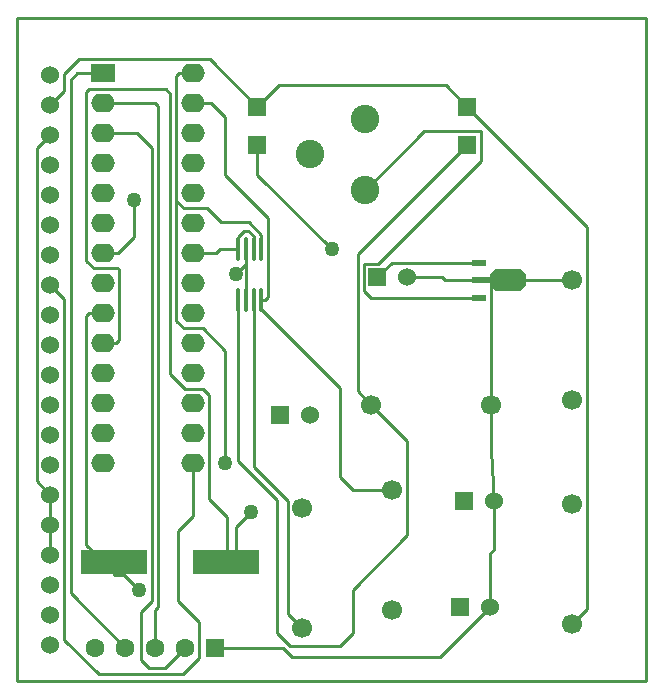
<source format=gtl>
G04 Layer_Physical_Order=1*
G04 Layer_Color=25308*
%FSLAX25Y25*%
%MOIN*%
G70*
G01*
G75*
%ADD10R,0.05906X0.05906*%
%ADD11O,0.01500X0.07874*%
%ADD12R,0.22047X0.08268*%
G04:AMPARAMS|DCode=13|XSize=70.87mil|YSize=118.11mil|CornerRadius=0mil|HoleSize=0mil|Usage=FLASHONLY|Rotation=90.000|XOffset=0mil|YOffset=0mil|HoleType=Round|Shape=Octagon|*
%AMOCTAGOND13*
4,1,8,-0.05906,-0.01772,-0.05906,0.01772,-0.04134,0.03543,0.04134,0.03543,0.05906,0.01772,0.05906,-0.01772,0.04134,-0.03543,-0.04134,-0.03543,-0.05906,-0.01772,0.0*
%
%ADD13OCTAGOND13*%

%ADD14R,0.04724X0.01969*%
%ADD15R,0.06299X0.01969*%
%ADD16C,0.01000*%
%ADD17R,2.09500X0.00000*%
%ADD18C,0.09500*%
%ADD19O,0.07874X0.06299*%
%ADD20R,0.07874X0.06299*%
%ADD21C,0.06693*%
%ADD22R,0.06000X0.06000*%
%ADD23C,0.06000*%
%ADD24R,0.06299X0.06299*%
%ADD25C,0.06299*%
%ADD26C,0.05000*%
D10*
X180000Y291299D02*
D03*
Y278700D02*
D03*
X250000Y291299D02*
D03*
Y278700D02*
D03*
D11*
X181339Y243965D02*
D03*
X178780D02*
D03*
X176220D02*
D03*
X173661D02*
D03*
X181339Y227035D02*
D03*
X178780D02*
D03*
X176220D02*
D03*
X173661D02*
D03*
D12*
X169701Y139500D02*
D03*
X132299D02*
D03*
D13*
X263650Y233500D02*
D03*
D14*
X253807Y227594D02*
D03*
Y239406D02*
D03*
D15*
X254594Y233500D02*
D03*
D16*
X235700Y283200D02*
X254500D01*
X217094Y264595D02*
X235700Y283200D01*
X215595Y264595D02*
X217094D01*
X111000Y142000D02*
Y152000D01*
Y162000D01*
X258000Y233500D02*
X263650D01*
X230000Y234500D02*
X241700D01*
X242700Y233500D01*
X254594D01*
X263650D02*
X285000D01*
X220000Y234500D02*
X224906Y239406D01*
X253807D01*
X181339Y223800D02*
X207600Y197539D01*
Y167900D02*
Y197539D01*
Y167900D02*
X212000Y163500D01*
X225000D01*
X164099Y307200D02*
X180000Y291299D01*
X120500Y307200D02*
X164099D01*
X115500Y302200D02*
X120500Y307200D01*
X115500Y296500D02*
Y302200D01*
X111000Y292000D02*
X115500Y296500D01*
X178780Y243965D02*
Y248150D01*
X176930Y250000D02*
X178780Y248150D01*
X175661Y250000D02*
X176930D01*
X173661Y248000D02*
X175661Y250000D01*
X173661Y243965D02*
Y248000D01*
X254500Y273300D02*
Y283200D01*
X220200Y239000D02*
X254500Y273300D01*
X215500Y239000D02*
X220200D01*
X215500Y230000D02*
Y239000D01*
Y230000D02*
X217906Y227594D01*
X253807D01*
X213500Y242200D02*
X250000Y278700D01*
X213500Y196500D02*
Y242200D01*
Y196500D02*
X218000Y192000D01*
X135500Y135200D02*
X140500Y130200D01*
X132299Y135200D02*
Y139500D01*
X146000Y111000D02*
Y123681D01*
X146823Y124504D01*
Y291677D01*
X146000Y292500D02*
X146823Y291677D01*
X128500Y292500D02*
X146000D01*
X128500Y282500D02*
X140000D01*
X144823Y277677D01*
Y126504D02*
Y277677D01*
X141300Y122981D02*
X144823Y126504D01*
X141300Y106900D02*
Y122981D01*
Y106900D02*
X144000Y104200D01*
X149200D01*
X156000Y111000D01*
X117800Y129200D02*
X136000Y111000D01*
X117800Y129200D02*
Y300300D01*
X120000Y302500D01*
X128500D01*
X169300Y172500D02*
Y210000D01*
X161800Y217500D02*
X169300Y210000D01*
X155500Y217500D02*
X161800D01*
X153000Y220000D02*
X155500Y217500D01*
X128500Y242500D02*
X133500D01*
X139000Y248000D01*
Y260300D01*
X218000Y192000D02*
X229900Y180100D01*
Y148500D02*
Y180100D01*
X211800Y130400D02*
X229900Y148500D01*
X211800Y116000D02*
Y130400D01*
X207500Y111700D02*
X211800Y116000D01*
X190900Y111700D02*
X207500D01*
X186600Y116000D02*
X190900Y111700D01*
X186600Y116000D02*
Y160400D01*
X173661Y173339D02*
X186600Y160400D01*
X173661Y173339D02*
Y227035D01*
X190100Y122400D02*
X195000Y117500D01*
X190100Y122400D02*
Y160000D01*
X178780Y171320D02*
X190100Y160000D01*
X178780Y171320D02*
Y227035D01*
X166000Y111000D02*
X188700D01*
X191700Y108000D01*
X241000D01*
X257500Y124500D01*
X106500Y277500D02*
X111000Y282000D01*
X106500Y166500D02*
Y277500D01*
Y166500D02*
X111000Y162000D01*
X242799Y298500D02*
X250000Y291299D01*
X187201Y298500D02*
X242799D01*
X180000Y291299D02*
X187201Y298500D01*
X250000Y291299D02*
X289900Y251399D01*
Y123900D02*
Y251399D01*
X285000Y119000D02*
X289900Y123900D01*
X111000Y232000D02*
X115600Y227400D01*
Y113700D02*
Y227400D01*
Y113700D02*
X127100Y102200D01*
X155200D01*
X160700Y107700D01*
Y119700D01*
X153700Y126700D02*
X160700Y119700D01*
X153700Y126700D02*
Y150000D01*
X158500Y154800D01*
Y172500D01*
X258000Y177000D02*
X259000Y160000D01*
X258000Y177000D02*
Y192000D01*
X257500Y124500D02*
Y142300D01*
X259000Y143800D01*
Y160000D01*
X158500Y242500D02*
X166100D01*
X167565Y243965D01*
X173661D01*
X173000Y151400D02*
X178000Y156400D01*
X128500Y212500D02*
X133000D01*
X134000Y213500D01*
Y237100D01*
X133600Y237500D02*
X134000Y237100D01*
X125500Y237500D02*
X133600D01*
X123000Y240000D02*
X125500Y237500D01*
X123000Y240000D02*
Y296200D01*
X124000Y297200D01*
X149500D01*
X151000Y295700D01*
Y202200D02*
Y295700D01*
Y202200D02*
X156000Y197200D01*
X162000D01*
X164000Y195200D01*
Y160500D02*
Y195200D01*
Y160500D02*
X169800Y154700D01*
X128900Y139500D02*
X132299D01*
X123000Y145400D02*
X128900Y139500D01*
X123000Y145400D02*
Y221500D01*
X124000Y222500D01*
X128500D01*
X172800Y235500D02*
X176220Y238920D01*
X180000Y268700D02*
X204900Y243800D01*
X180000Y268700D02*
Y278700D01*
X154000Y302500D02*
X158500D01*
X153000Y301500D02*
X154000Y302500D01*
X153000Y260000D02*
Y301500D01*
Y260000D02*
X155500Y257500D01*
X163300D01*
X168000Y252800D01*
X177182D01*
X181339Y248643D01*
Y243965D02*
Y248643D01*
X158500Y292500D02*
X164700D01*
X169200Y288000D01*
Y268572D02*
Y288000D01*
Y268572D02*
X183600Y254172D01*
Y228000D02*
Y254172D01*
X182600Y227000D02*
X183600Y228000D01*
X181339Y227000D02*
Y227035D01*
X258000Y192000D02*
Y233500D01*
X254594D02*
X258000D01*
X169800Y139500D02*
Y154700D01*
X173000Y139500D02*
Y151400D01*
X169701Y139500D02*
X169800D01*
X173000D01*
X132299Y135200D02*
X135500D01*
X176220Y227035D02*
Y238920D01*
Y243965D01*
X153000Y220000D02*
Y260000D01*
X181339Y223800D02*
Y227000D01*
X182600D01*
X100000Y100000D02*
Y321000D01*
Y100000D02*
X309500D01*
Y321000D01*
X100000D02*
X309500D01*
D17*
X204750Y321000D02*
D03*
D18*
X216000Y263689D02*
D03*
Y287311D02*
D03*
X197496Y275500D02*
D03*
D19*
X158500Y172500D02*
D03*
Y182500D02*
D03*
Y192500D02*
D03*
Y202500D02*
D03*
Y212500D02*
D03*
Y222500D02*
D03*
Y232500D02*
D03*
Y242500D02*
D03*
Y252500D02*
D03*
Y262500D02*
D03*
Y272500D02*
D03*
Y282500D02*
D03*
Y292500D02*
D03*
Y302500D02*
D03*
X128500Y172500D02*
D03*
Y182500D02*
D03*
Y192500D02*
D03*
Y202500D02*
D03*
Y212500D02*
D03*
Y222500D02*
D03*
Y232500D02*
D03*
Y242500D02*
D03*
Y252500D02*
D03*
Y262500D02*
D03*
Y272500D02*
D03*
Y282500D02*
D03*
Y292500D02*
D03*
D20*
Y302500D02*
D03*
D21*
X195000Y117500D02*
D03*
Y157500D02*
D03*
X285000Y193500D02*
D03*
Y233500D02*
D03*
X258000Y192000D02*
D03*
X218000D02*
D03*
X225000Y123500D02*
D03*
Y163500D02*
D03*
X285000Y119000D02*
D03*
Y159000D02*
D03*
D22*
X247500Y124500D02*
D03*
X249000Y160000D02*
D03*
X220000Y234500D02*
D03*
X187500Y188500D02*
D03*
D23*
X257500Y124500D02*
D03*
X259000Y160000D02*
D03*
X111000Y112000D02*
D03*
Y122000D02*
D03*
Y132000D02*
D03*
Y142000D02*
D03*
Y152000D02*
D03*
Y162000D02*
D03*
Y172000D02*
D03*
Y182000D02*
D03*
Y192000D02*
D03*
Y202000D02*
D03*
Y212000D02*
D03*
Y222000D02*
D03*
Y232000D02*
D03*
Y242000D02*
D03*
Y252000D02*
D03*
Y262000D02*
D03*
Y272000D02*
D03*
Y282000D02*
D03*
Y292000D02*
D03*
Y302000D02*
D03*
X230000Y234500D02*
D03*
X197500Y188500D02*
D03*
D24*
X166000Y111000D02*
D03*
D25*
X156000D02*
D03*
X146000D02*
D03*
X136000D02*
D03*
X126000D02*
D03*
D26*
X140500Y130200D02*
D03*
X169300Y172500D02*
D03*
X139000Y260300D02*
D03*
X178000Y156400D02*
D03*
X172800Y235500D02*
D03*
X204900Y243800D02*
D03*
M02*

</source>
